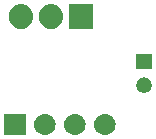
<source format=gbr>
G04 #@! TF.GenerationSoftware,KiCad,Pcbnew,(5.1.0)-1*
G04 #@! TF.CreationDate,2019-04-05T23:44:47+02:00*
G04 #@! TF.ProjectId,BT_module,42545f6d-6f64-4756-9c65-2e6b69636164,rev?*
G04 #@! TF.SameCoordinates,Original*
G04 #@! TF.FileFunction,Soldermask,Bot*
G04 #@! TF.FilePolarity,Negative*
%FSLAX46Y46*%
G04 Gerber Fmt 4.6, Leading zero omitted, Abs format (unit mm)*
G04 Created by KiCad (PCBNEW (5.1.0)-1) date 2019-04-05 23:44:47*
%MOMM*%
%LPD*%
G04 APERTURE LIST*
%ADD10C,0.100000*%
G04 APERTURE END LIST*
D10*
G36*
X131428442Y-96895518D02*
G01*
X131494627Y-96902037D01*
X131664466Y-96953557D01*
X131820991Y-97037222D01*
X131856729Y-97066552D01*
X131958186Y-97149814D01*
X132041448Y-97251271D01*
X132070778Y-97287009D01*
X132154443Y-97443534D01*
X132205963Y-97613373D01*
X132223359Y-97790000D01*
X132205963Y-97966627D01*
X132154443Y-98136466D01*
X132070778Y-98292991D01*
X132041448Y-98328729D01*
X131958186Y-98430186D01*
X131856729Y-98513448D01*
X131820991Y-98542778D01*
X131664466Y-98626443D01*
X131494627Y-98677963D01*
X131428442Y-98684482D01*
X131362260Y-98691000D01*
X131273740Y-98691000D01*
X131207558Y-98684482D01*
X131141373Y-98677963D01*
X130971534Y-98626443D01*
X130815009Y-98542778D01*
X130779271Y-98513448D01*
X130677814Y-98430186D01*
X130594552Y-98328729D01*
X130565222Y-98292991D01*
X130481557Y-98136466D01*
X130430037Y-97966627D01*
X130412641Y-97790000D01*
X130430037Y-97613373D01*
X130481557Y-97443534D01*
X130565222Y-97287009D01*
X130594552Y-97251271D01*
X130677814Y-97149814D01*
X130779271Y-97066552D01*
X130815009Y-97037222D01*
X130971534Y-96953557D01*
X131141373Y-96902037D01*
X131207558Y-96895518D01*
X131273740Y-96889000D01*
X131362260Y-96889000D01*
X131428442Y-96895518D01*
X131428442Y-96895518D01*
G37*
G36*
X128888442Y-96895518D02*
G01*
X128954627Y-96902037D01*
X129124466Y-96953557D01*
X129280991Y-97037222D01*
X129316729Y-97066552D01*
X129418186Y-97149814D01*
X129501448Y-97251271D01*
X129530778Y-97287009D01*
X129614443Y-97443534D01*
X129665963Y-97613373D01*
X129683359Y-97790000D01*
X129665963Y-97966627D01*
X129614443Y-98136466D01*
X129530778Y-98292991D01*
X129501448Y-98328729D01*
X129418186Y-98430186D01*
X129316729Y-98513448D01*
X129280991Y-98542778D01*
X129124466Y-98626443D01*
X128954627Y-98677963D01*
X128888442Y-98684482D01*
X128822260Y-98691000D01*
X128733740Y-98691000D01*
X128667558Y-98684482D01*
X128601373Y-98677963D01*
X128431534Y-98626443D01*
X128275009Y-98542778D01*
X128239271Y-98513448D01*
X128137814Y-98430186D01*
X128054552Y-98328729D01*
X128025222Y-98292991D01*
X127941557Y-98136466D01*
X127890037Y-97966627D01*
X127872641Y-97790000D01*
X127890037Y-97613373D01*
X127941557Y-97443534D01*
X128025222Y-97287009D01*
X128054552Y-97251271D01*
X128137814Y-97149814D01*
X128239271Y-97066552D01*
X128275009Y-97037222D01*
X128431534Y-96953557D01*
X128601373Y-96902037D01*
X128667558Y-96895518D01*
X128733740Y-96889000D01*
X128822260Y-96889000D01*
X128888442Y-96895518D01*
X128888442Y-96895518D01*
G37*
G36*
X127139000Y-98691000D02*
G01*
X125337000Y-98691000D01*
X125337000Y-96889000D01*
X127139000Y-96889000D01*
X127139000Y-98691000D01*
X127139000Y-98691000D01*
G37*
G36*
X133968442Y-96895518D02*
G01*
X134034627Y-96902037D01*
X134204466Y-96953557D01*
X134360991Y-97037222D01*
X134396729Y-97066552D01*
X134498186Y-97149814D01*
X134581448Y-97251271D01*
X134610778Y-97287009D01*
X134694443Y-97443534D01*
X134745963Y-97613373D01*
X134763359Y-97790000D01*
X134745963Y-97966627D01*
X134694443Y-98136466D01*
X134610778Y-98292991D01*
X134581448Y-98328729D01*
X134498186Y-98430186D01*
X134396729Y-98513448D01*
X134360991Y-98542778D01*
X134204466Y-98626443D01*
X134034627Y-98677963D01*
X133968442Y-98684482D01*
X133902260Y-98691000D01*
X133813740Y-98691000D01*
X133747558Y-98684482D01*
X133681373Y-98677963D01*
X133511534Y-98626443D01*
X133355009Y-98542778D01*
X133319271Y-98513448D01*
X133217814Y-98430186D01*
X133134552Y-98328729D01*
X133105222Y-98292991D01*
X133021557Y-98136466D01*
X132970037Y-97966627D01*
X132952641Y-97790000D01*
X132970037Y-97613373D01*
X133021557Y-97443534D01*
X133105222Y-97287009D01*
X133134552Y-97251271D01*
X133217814Y-97149814D01*
X133319271Y-97066552D01*
X133355009Y-97037222D01*
X133511534Y-96953557D01*
X133681373Y-96902037D01*
X133747558Y-96895518D01*
X133813740Y-96889000D01*
X133902260Y-96889000D01*
X133968442Y-96895518D01*
X133968442Y-96895518D01*
G37*
G36*
X137349890Y-93830017D02*
G01*
X137468364Y-93879091D01*
X137574988Y-93950335D01*
X137665665Y-94041012D01*
X137736909Y-94147636D01*
X137785983Y-94266110D01*
X137811000Y-94391882D01*
X137811000Y-94520118D01*
X137785983Y-94645890D01*
X137736909Y-94764364D01*
X137665665Y-94870988D01*
X137574988Y-94961665D01*
X137468364Y-95032909D01*
X137468363Y-95032910D01*
X137468362Y-95032910D01*
X137349890Y-95081983D01*
X137224119Y-95107000D01*
X137095881Y-95107000D01*
X136970110Y-95081983D01*
X136851638Y-95032910D01*
X136851637Y-95032910D01*
X136851636Y-95032909D01*
X136745012Y-94961665D01*
X136654335Y-94870988D01*
X136583091Y-94764364D01*
X136534017Y-94645890D01*
X136509000Y-94520118D01*
X136509000Y-94391882D01*
X136534017Y-94266110D01*
X136583091Y-94147636D01*
X136654335Y-94041012D01*
X136745012Y-93950335D01*
X136851636Y-93879091D01*
X136970110Y-93830017D01*
X137095881Y-93805000D01*
X137224119Y-93805000D01*
X137349890Y-93830017D01*
X137349890Y-93830017D01*
G37*
G36*
X137811000Y-93107000D02*
G01*
X136509000Y-93107000D01*
X136509000Y-91805000D01*
X137811000Y-91805000D01*
X137811000Y-93107000D01*
X137811000Y-93107000D01*
G37*
G36*
X129482720Y-87609520D02*
G01*
X129671881Y-87666901D01*
X129846212Y-87760083D01*
X129999015Y-87885485D01*
X130124417Y-88038288D01*
X130168182Y-88120167D01*
X130217598Y-88212617D01*
X130217599Y-88212620D01*
X130274980Y-88401781D01*
X130289500Y-88549207D01*
X130289500Y-88742794D01*
X130274980Y-88890220D01*
X130217599Y-89079381D01*
X130124417Y-89253712D01*
X129999015Y-89406515D01*
X129846212Y-89531917D01*
X129764333Y-89575682D01*
X129671883Y-89625098D01*
X129671880Y-89625099D01*
X129482719Y-89682480D01*
X129286000Y-89701855D01*
X129089280Y-89682480D01*
X128900119Y-89625099D01*
X128725788Y-89531917D01*
X128572985Y-89406515D01*
X128447583Y-89253712D01*
X128403818Y-89171833D01*
X128354402Y-89079383D01*
X128354401Y-89079380D01*
X128297020Y-88890219D01*
X128282500Y-88742793D01*
X128282500Y-88549206D01*
X128297020Y-88401780D01*
X128354401Y-88212619D01*
X128447583Y-88038288D01*
X128572985Y-87885485D01*
X128725788Y-87760083D01*
X128900120Y-87666901D01*
X129089281Y-87609520D01*
X129286000Y-87590145D01*
X129482720Y-87609520D01*
X129482720Y-87609520D01*
G37*
G36*
X126942720Y-87609520D02*
G01*
X127131881Y-87666901D01*
X127306212Y-87760083D01*
X127459015Y-87885485D01*
X127584417Y-88038288D01*
X127628182Y-88120167D01*
X127677598Y-88212617D01*
X127677599Y-88212620D01*
X127734980Y-88401781D01*
X127749500Y-88549207D01*
X127749500Y-88742794D01*
X127734980Y-88890220D01*
X127677599Y-89079381D01*
X127584417Y-89253712D01*
X127459015Y-89406515D01*
X127306212Y-89531917D01*
X127224333Y-89575682D01*
X127131883Y-89625098D01*
X127131880Y-89625099D01*
X126942719Y-89682480D01*
X126746000Y-89701855D01*
X126549280Y-89682480D01*
X126360119Y-89625099D01*
X126185788Y-89531917D01*
X126032985Y-89406515D01*
X125907583Y-89253712D01*
X125863818Y-89171833D01*
X125814402Y-89079383D01*
X125814401Y-89079380D01*
X125757020Y-88890219D01*
X125742500Y-88742793D01*
X125742500Y-88549206D01*
X125757020Y-88401780D01*
X125814401Y-88212619D01*
X125907583Y-88038288D01*
X126032985Y-87885485D01*
X126185788Y-87760083D01*
X126360120Y-87666901D01*
X126549281Y-87609520D01*
X126746000Y-87590145D01*
X126942720Y-87609520D01*
X126942720Y-87609520D01*
G37*
G36*
X132829500Y-89697000D02*
G01*
X130822500Y-89697000D01*
X130822500Y-87595000D01*
X132829500Y-87595000D01*
X132829500Y-89697000D01*
X132829500Y-89697000D01*
G37*
M02*

</source>
